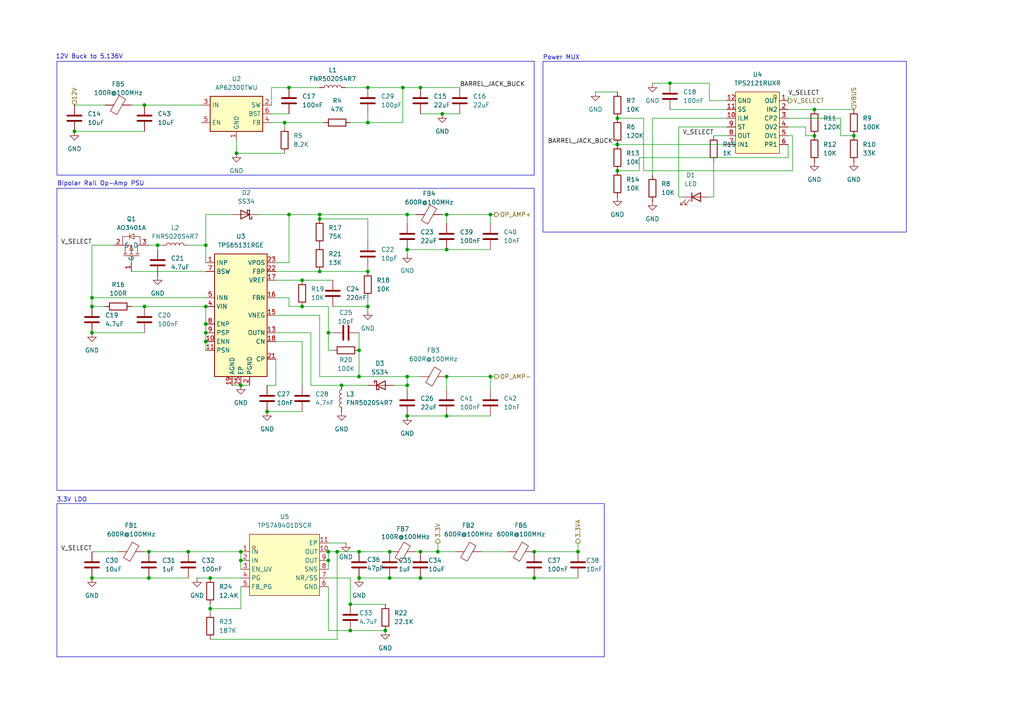
<source format=kicad_sch>
(kicad_sch (version 20250114) (generator "eeschema") (generator_version "9.0")
  (paper "A4")
  (lib_symbols
    (symbol "Device:C" (pin_numbers (hide yes)) (pin_names (offset 0.254))
      (property "Reference" "C" (at 0.635 2.54 0))
      (property "Value" "C" (at 0.635 -2.54 0))
      (symbol "C_0_1"
        (polyline (pts (xy -2.032 0.762) (xy 2.032 0.762)) (stroke (width 0.508)))
        (polyline (pts (xy -2.032 -0.762) (xy 2.032 -0.762)) (stroke (width 0.508)))
      )
      (symbol "C_1_1"
        (pin passive line (at 0 3.81 270) (length 2.794) (name "~") (number "1"))
        (pin passive line (at 0 -3.81 90) (length 2.794) (name "~") (number "2"))
      )
    )
    (symbol "Device:FerriteBead" (pin_numbers (hide yes)) (pin_names (offset 0))
      (property "Reference" "FB" (at -3.81 0.635 90))
      (property "Value" "FerriteBead" (at 3.81 0 90))
      (symbol "FerriteBead_0_1"
        (polyline (pts (xy -2.7686 0.4064) (xy -1.7018 2.2606) (xy 2.7686 -0.3048) (xy 1.6764 -2.159) (xy -2.7686 0.4064)))
        (polyline (pts (xy 0 1.27) (xy 0 1.2954)))
        (polyline (pts (xy 0 -1.27) (xy 0 -1.2192)))
      )
      (symbol "FerriteBead_1_1"
        (pin passive line (at 0 3.81 270) (length 2.54) (name "~") (number "1"))
        (pin passive line (at 0 -3.81 90) (length 2.54) (name "~") (number "2"))
      )
    )
    (symbol "Device:L" (pin_numbers (hide yes)) (pin_names (offset 1.016) (hide yes))
      (property "Reference" "L" (at -1.27 0 90))
      (property "Value" "L" (at 1.905 0 90))
      (symbol "L_0_1"
        (arc (start 0 2.54) (mid 0.6323 1.905) (end 0 1.27))
        (arc (start 0 1.27) (mid 0.6323 0.635) (end 0 0))
        (arc (start 0 0) (mid 0.6323 -0.635) (end 0 -1.27))
        (arc (start 0 -1.27) (mid 0.6323 -1.905) (end 0 -2.54))
      )
      (symbol "L_1_1"
        (pin passive line (at 0 3.81 270) (length 1.27) (name "1") (number "1"))
        (pin passive line (at 0 -3.81 90) (length 1.27) (name "2") (number "2"))
      )
    )
    (symbol "Device:LED" (pin_numbers (hide yes)) (pin_names (offset 1.016) (hide yes))
      (property "Reference" "D" (at 0 2.54 0))
      (property "Value" "LED" (at 0 -2.54 0))
      (symbol "LED_0_1"
        (polyline (pts (xy -3.048 -0.762) (xy -4.572 -2.286) (xy -3.81 -2.286) (xy -4.572 -2.286) (xy -4.572 -1.524)))
        (polyline (pts (xy -1.778 -0.762) (xy -3.302 -2.286) (xy -2.54 -2.286) (xy -3.302 -2.286) (xy -3.302 -1.524)))
        (polyline (pts (xy -1.27 0) (xy 1.27 0)))
        (polyline (pts (xy -1.27 -1.27) (xy -1.27 1.27)) (stroke (width 0.254)))
        (polyline (pts (xy 1.27 -1.27) (xy 1.27 1.27) (xy -1.27 0) (xy 1.27 -1.27)) (stroke (width 0.254)))
      )
      (symbol "LED_1_1"
        (pin passive line (at -3.81 0 0) (length 2.54) (name "K") (number "1"))
        (pin passive line (at 3.81 0 180) (length 2.54) (name "A") (number "2"))
      )
    )
    (symbol "Device:R" (pin_numbers (hide yes)) (pin_names (offset 0))
      (property "Reference" "R" (at 2.032 0 90))
      (property "Value" "R" (at 0 0 90))
      (symbol "R_0_1"
        (rectangle (start -1.016 -2.54) (end 1.016 2.54) (stroke (width 0.254)))
      )
      (symbol "R_1_1"
        (pin passive line (at 0 3.81 270) (length 1.27) (name "~") (number "1"))
        (pin passive line (at 0 -3.81 90) (length 1.27) (name "~") (number "2"))
      )
    )
    (symbol "Diode:SS34" (pin_numbers (hide yes)) (pin_names (offset 1.016) (hide yes))
      (property "Reference" "D" (at 0 2.54 0))
      (property "Value" "SS34" (at 0 -2.54 0))
      (symbol "SS34_0_1"
        (polyline (pts (xy -1.905 0.635) (xy -1.905 1.27) (xy -1.27 1.27) (xy -1.27 -1.27) (xy -0.635 -1.27) (xy -0.635 -0.635)) (stroke (width 0.254)))
        (polyline (pts (xy 1.27 1.27) (xy 1.27 -1.27) (xy -1.27 0) (xy 1.27 1.27)) (stroke (width 0.254)))
        (polyline (pts (xy 1.27 0) (xy -1.27 0)))
      )
      (symbol "SS34_1_1"
        (pin passive line (at -3.81 0 0) (length 2.54) (name "K") (number "1"))
        (pin passive line (at 3.81 0 180) (length 2.54) (name "A") (number "2"))
      )
    )
    (symbol "ROCKETRY_EASYEDA:AO3401A"
      (property "Reference" "Q" (at 0 10.16 0))
      (property "Value" "AO3401A" (at 0 -10.16 0))
      (symbol "AO3401A_0_1"
        (polyline (pts (xy -2.54 0) (xy -0.51 0)))
        (polyline (pts (xy -0.51 2.29) (xy -0.51 -2.29)))
        (polyline (pts (xy 0 1.27) (xy 0 2.29)))
        (polyline (pts (xy 0 0) (xy 2.54 0) (xy 2.54 -2.54)))
        (polyline (pts (xy 0 -0.51) (xy 0 0.51)))
        (polyline (pts (xy 0 -2.29) (xy 0 -1.27)))
        (polyline (pts (xy 2.54 1.78) (xy 0 1.78)))
        (polyline (pts (xy 2.54 1.78) (xy 2.54 2.54) (xy 5.08 2.54) (xy 5.08 0.76)))
        (polyline (pts (xy 2.54 0) (xy 1.02 0.51) (xy 1.02 -0.51) (xy 2.54 0)) (fill (type background)))
        (polyline (pts (xy 2.54 -1.78) (xy 0 -1.78)))
        (polyline (pts (xy 2.54 -2.54) (xy 5.08 -2.54) (xy 5.08 -0.51)))
        (polyline (pts (xy 5.08 -0.51) (xy 5.84 0.76) (xy 4.32 0.76) (xy 5.08 -0.51)) (fill (type background)))
        (polyline (pts (xy 5.84 -0.51) (xy 5.59 -0.51) (xy 4.57 -0.51) (xy 4.32 -0.51)))
        (pin unspecified line (at -5.08 0 0) (length 2.54) (name "G") (number "1"))
        (pin unspecified line (at 2.54 5.08 270) (length 2.54) (name "D") (number "3"))
        (pin unspecified line (at 2.54 -5.08 90) (length 2.54) (name "S") (number "2"))
      )
    )
    (symbol "ROCKETRY_EASYEDA:TPS2121RUXR"
      (property "Reference" "U" (at 0 11.43 0))
      (property "Value" "TPS2121RUXR" (at 0 -11.43 0))
      (symbol "TPS2121RUXR_0_1"
        (rectangle (start -6.35 8.89) (end 6.35 -8.89) (fill (type background)))
        (circle (center -5.08 7.62) (radius 0.38))
        (pin unspecified line (at -8.89 6.35 0) (length 2.54) (name "OUT") (number "1"))
        (pin unspecified line (at -8.89 3.81 0) (length 2.54) (name "IN2") (number "2"))
        (pin unspecified line (at -8.89 1.27 0) (length 2.54) (name "CP2") (number "3"))
        (pin unspecified line (at -8.89 -1.27 0) (length 2.54) (name "OV2") (number "4"))
        (pin unspecified line (at -8.89 -3.81 0) (length 2.54) (name "OV1") (number "5"))
        (pin unspecified line (at -8.89 -6.35 0) (length 2.54) (name "PR1") (number "6"))
        (pin unspecified line (at 8.89 6.35 180) (length 2.54) (name "GND") (number "12"))
        (pin unspecified line (at 8.89 3.81 180) (length 2.54) (name "SS") (number "11"))
        (pin unspecified line (at 8.89 1.27 180) (length 2.54) (name "ILM") (number "10"))
        (pin unspecified line (at 8.89 -1.27 180) (length 2.54) (name "ST") (number "9"))
        (pin unspecified line (at 8.89 -3.81 180) (length 2.54) (name "OUT") (number "8"))
        (pin unspecified line (at 8.89 -6.35 180) (length 2.54) (name "IN1") (number "7"))
      )
    )
    (symbol "ROCKETRY_EASYEDA:TPS7A9401DSCR"
      (property "Reference" "U" (at 0 11.43 0))
      (property "Value" "TPS7A9401DSCR" (at 0 -11.43 0))
      (symbol "TPS7A9401DSCR_0_1"
        (rectangle (start -10.16 8.89) (end 10.16 -8.89) (fill (type background)))
        (circle (center -8.89 5.08) (radius 0.38))
        (pin unspecified line (at -12.7 3.81 0) (length 2.54) (name "IN") (number "1"))
        (pin unspecified line (at -12.7 1.27 0) (length 2.54) (name "IN") (number "2"))
        (pin unspecified line (at -12.7 -1.27 0) (length 2.54) (name "EN_UV") (number "3"))
        (pin unspecified line (at -12.7 -3.81 0) (length 2.54) (name "PG") (number "4"))
        (pin unspecified line (at -12.7 -6.35 0) (length 2.54) (name "FB_PG") (number "5"))
        (pin unspecified line (at 12.7 6.35 180) (length 2.54) (name "EP") (number "11"))
        (pin unspecified line (at 12.7 3.81 180) (length 2.54) (name "OUT") (number "10"))
        (pin unspecified line (at 12.7 1.27 180) (length 2.54) (name "OUT") (number "9"))
        (pin unspecified line (at 12.7 -1.27 180) (length 2.54) (name "SNS") (number "8"))
        (pin unspecified line (at 12.7 -3.81 180) (length 2.54) (name "NR/SS") (number "7"))
        (pin unspecified line (at 12.7 -6.35 180) (length 2.54) (name "GND") (number "6"))
      )
    )
    (symbol "Regulator_Switching:AP62300TWU"
      (property "Reference" "U" (at -7.62 6.35 0))
      (property "Value" "AP62300TWU" (at 2.54 6.35 0))
      (symbol "AP62300TWU_0_1"
        (rectangle (start -7.62 5.08) (end 7.62 -5.08) (stroke (width 0.254)) (fill (type background)))
      )
      (symbol "AP62300TWU_1_1"
        (pin power_in line (at -10.16 2.54 0) (length 2.54) (name "IN") (number "3"))
        (pin passive line (at -10.16 -2.54 0) (length 2.54) (name "EN") (number "5"))
        (pin power_in line (at 0 -7.62 90) (length 2.54) (name "GND") (number "1"))
        (pin output line (at 10.16 2.54 180) (length 2.54) (name "SW") (number "2"))
        (pin passive line (at 10.16 0 180) (length 2.54) (name "BST") (number "6"))
        (pin input line (at 10.16 -2.54 180) (length 2.54) (name "FB") (number "4"))
      )
    )
    (symbol "Regulator_Switching:TPS65131RGE"
      (property "Reference" "U" (at -6.858 21.082 0))
      (property "Value" "TPS65131RGE" (at -1.016 19.05 0))
      (symbol "TPS65131RGE_0_1"
        (rectangle (start -7.62 17.78) (end 7.62 -17.78) (stroke (width 0.254)) (fill (type background)))
      )
      (symbol "TPS65131RGE_1_1"
        (pin input line (at -10.16 15.24 0) (length 2.54) (name "INP") (number "1"))
        (pin input line (at -10.16 15.24 0) (length 2.54) (hide yes) (name "INP") (number "24"))
        (pin output line (at -10.16 12.7 0) (length 2.54) (name "BSW") (number "7"))
        (pin input line (at -10.16 5.08 0) (length 2.54) (name "INN") (number "5"))
        (pin input line (at -10.16 5.08 0) (length 2.54) (hide yes) (name "INN") (number "6"))
        (pin power_in line (at -10.16 2.54 0) (length 2.54) (name "VIN") (number "4"))
        (pin input line (at -10.16 -2.54 0) (length 2.54) (name "ENP") (number "8"))
        (pin input line (at -10.16 -5.08 0) (length 2.54) (name "PSP") (number "9"))
        (pin input line (at -10.16 -7.62 0) (length 2.54) (name "ENN") (number "10"))
        (pin input line (at -10.16 -10.16 0) (length 2.54) (name "PSN") (number "11"))
        (pin no_connect line (at -7.62 10.16 0) (length 2.54) (hide yes) (name "NC") (number "20"))
        (pin no_connect line (at -7.62 7.62 0) (length 2.54) (hide yes) (name "NC") (number "12"))
        (pin power_in line (at -2.54 -20.32 90) (length 2.54) (name "AGND") (number "19"))
        (pin passive line (at 0 -20.32 90) (length 2.54) (name "EP") (number "25"))
        (pin power_in line (at 2.54 -20.32 90) (length 2.54) (name "PGND") (number "2"))
        (pin passive line (at 2.54 -20.32 90) (length 2.54) (hide yes) (name "PGND") (number "3"))
        (pin input line (at 10.16 15.24 180) (length 2.54) (name "VPOS") (number "23"))
        (pin input line (at 10.16 12.7 180) (length 2.54) (name "FBP") (number "22"))
        (pin output line (at 10.16 10.16 180) (length 2.54) (name "VREF") (number "17"))
        (pin input line (at 10.16 5.08 180) (length 2.54) (name "FBN") (number "16"))
        (pin input line (at 10.16 0 180) (length 2.54) (name "VNEG") (number "15"))
        (pin output line (at 10.16 -5.08 180) (length 2.54) (name "OUTN") (number "13"))
        (pin passive line (at 10.16 -5.08 180) (length 2.54) (hide yes) (name "OUTN") (number "14"))
        (pin passive line (at 10.16 -7.62 180) (length 2.54) (name "CN") (number "18"))
        (pin passive line (at 10.16 -12.7 180) (length 2.54) (name "CP") (number "21"))
      )
    )
    (symbol "power:GND" (power) (pin_numbers (hide yes)) (pin_names (offset 0) (hide yes))
      (property "Value" "GND" (at 0 -3.81 0))
      (symbol "GND_0_1"
        (polyline (pts (xy 0 0) (xy 0 -1.27) (xy 1.27 -1.27) (xy 0 -2.54) (xy -1.27 -1.27) (xy 0 -1.27)))
      )
      (symbol "GND_1_1"
        (pin power_in line (at 0 0 270) (length 0) (name "~") (number "1"))
      )
    )
  )
  (rectangle (start 16.51 17.78) (end 154.94 50.8))
  (rectangle (start 157.48 17.78) (end 262.89 67.31))
  (rectangle (start 16.51 146.05) (end 175.26 190.5))
  (rectangle (start 16.51 54.61) (end 154.94 142.24))
  (text "12V Buck to 5.136V" (at 25.908 16.51 0) (effects (font (size 1.27 1.27))))
  (text "Power MUX" (at 162.814 16.764 0) (effects (font (size 1.27 1.27))))
  (text "Bipolar Rail Op-Amp PSU" (at 29.21 53.34 0) (effects (font (size 1.27 1.27))))
  (text "3.3V LDO" (at 20.828 145.034 0) (effects (font (size 1.27 1.27))))
  (junction (at 104.14 160.02))
  (junction (at 116.84 25.4))
  (junction (at 247.65 39.37))
  (junction (at 95.25 162.56))
  (junction (at 179.07 49.53))
  (junction (at 59.69 96.52))
  (junction (at 41.91 88.9))
  (junction (at 87.63 81.28))
  (junction (at 26.67 86.36))
  (junction (at 82.55 35.56))
  (junction (at 101.6 175.26))
  (junction (at 43.18 167.64))
  (junction (at 26.67 167.64))
  (junction (at 129.54 62.23))
  (junction (at 97.79 160.02))
  (junction (at 45.72 71.12))
  (junction (at 118.11 62.23))
  (junction (at 95.25 96.52))
  (junction (at 121.92 167.64))
  (junction (at 111.76 182.88))
  (junction (at 69.85 160.02))
  (junction (at 92.71 63.5))
  (junction (at 77.47 119.38))
  (junction (at 83.82 62.23))
  (junction (at 236.22 31.75))
  (junction (at 59.69 71.12))
  (junction (at 154.94 167.64))
  (junction (at 104.14 101.6))
  (junction (at 69.85 111.76))
  (junction (at 26.67 96.52))
  (junction (at 59.69 99.06))
  (junction (at 101.6 182.88))
  (junction (at 167.64 160.02))
  (junction (at 113.03 160.02))
  (junction (at 129.54 120.65))
  (junction (at 118.11 111.76))
  (junction (at 26.67 88.9))
  (junction (at 121.92 160.02))
  (junction (at 106.68 88.9))
  (junction (at 179.07 41.91))
  (junction (at 99.06 111.76))
  (junction (at 113.03 167.64))
  (junction (at 59.69 93.98))
  (junction (at 21.59 38.1))
  (junction (at 106.68 25.4))
  (junction (at 118.11 120.65))
  (junction (at 194.31 24.13))
  (junction (at 41.91 30.48))
  (junction (at 106.68 35.56))
  (junction (at 87.63 88.9))
  (junction (at 129.54 109.22))
  (junction (at 236.22 39.37))
  (junction (at 92.71 62.23))
  (junction (at 60.96 167.64))
  (junction (at 121.92 25.4))
  (junction (at 69.85 162.56))
  (junction (at 104.14 167.64))
  (junction (at 179.07 34.29))
  (junction (at 128.27 33.02))
  (junction (at 92.71 78.74))
  (junction (at 83.82 25.4))
  (junction (at 68.58 44.45))
  (junction (at 59.69 88.9))
  (junction (at 118.11 72.39))
  (junction (at 129.54 72.39))
  (junction (at 154.94 160.02))
  (junction (at 43.18 160.02))
  (junction (at 104.14 109.22))
  (junction (at 106.68 78.74))
  (junction (at 142.24 109.22))
  (junction (at 60.96 176.53))
  (junction (at 118.11 109.22))
  (junction (at 142.24 62.23))
  (junction (at 95.25 160.02))
  (junction (at 127 160.02))
  (junction (at 54.61 160.02))
  (wire (pts (xy 95.25 96.52) (xy 95.25 88.9)))
  (wire (pts (xy 118.11 113.03) (xy 118.11 111.76)))
  (wire (pts (xy 77.47 119.38) (xy 87.63 119.38)))
  (wire (pts (xy 41.91 30.48) (xy 58.42 30.48)))
  (wire (pts (xy 83.82 62.23) (xy 83.82 76.2)))
  (wire (pts (xy 26.67 88.9) (xy 30.48 88.9)))
  (wire (pts (xy 60.96 175.26) (xy 60.96 176.53)))
  (wire (pts (xy 129.54 62.23) (xy 142.24 62.23)))
  (wire (pts (xy 54.61 160.02) (xy 69.85 160.02)))
  (wire (pts (xy 68.58 44.45) (xy 68.58 40.64)))
  (wire (pts (xy 26.67 86.36) (xy 26.67 88.9)))
  (wire (pts (xy 69.85 170.18) (xy 69.85 176.53)))
  (wire (pts (xy 189.23 34.29) (xy 210.82 34.29)))
  (wire (pts (xy 210.82 29.21) (xy 205.74 29.21)))
  (wire (pts (xy 54.61 71.12) (xy 59.69 71.12)))
  (wire (pts (xy 60.96 176.53) (xy 60.96 177.8)))
  (wire (pts (xy 143.51 109.22) (xy 142.24 109.22)))
  (wire (pts (xy 121.92 25.4) (xy 133.35 25.4)))
  (wire (pts (xy 118.11 62.23) (xy 120.65 62.23)))
  (wire (pts (xy 83.82 62.23) (xy 92.71 62.23)))
  (wire (pts (xy 80.01 91.44) (xy 92.71 91.44)))
  (wire (pts (xy 106.68 90.17) (xy 106.68 88.9)))
  (wire (pts (xy 78.74 33.02) (xy 83.82 33.02)))
  (wire (pts (xy 247.65 39.37) (xy 243.84 39.37)))
  (wire (pts (xy 167.64 157.48) (xy 167.64 160.02)))
  (wire (pts (xy 142.24 109.22) (xy 142.24 113.03)))
  (wire (pts (xy 21.59 38.1) (xy 41.91 38.1)))
  (wire (pts (xy 116.84 35.56) (xy 116.84 25.4)))
  (wire (pts (xy 243.84 39.37) (xy 243.84 34.29)))
  (wire (pts (xy 59.69 62.23) (xy 59.69 71.12)))
  (wire (pts (xy 101.6 35.56) (xy 106.68 35.56)))
  (wire (pts (xy 59.69 96.52) (xy 59.69 99.06)))
  (wire (pts (xy 67.31 111.76) (xy 69.85 111.76)))
  (wire (pts (xy 118.11 72.39) (xy 129.54 72.39)))
  (wire (pts (xy 95.25 157.48) (xy 100.33 157.48)))
  (wire (pts (xy 229.87 49.53) (xy 186.69 49.53)))
  (wire (pts (xy 233.68 36.83) (xy 233.68 39.37)))
  (wire (pts (xy 106.68 33.02) (xy 106.68 35.56)))
  (wire (pts (xy 41.91 160.02) (xy 43.18 160.02)))
  (wire (pts (xy 121.92 109.22) (xy 118.11 109.22)))
  (wire (pts (xy 120.65 160.02) (xy 121.92 160.02)))
  (wire (pts (xy 121.92 167.64) (xy 154.94 167.64)))
  (wire (pts (xy 236.22 31.75) (xy 247.65 31.75)))
  (wire (pts (xy 243.84 34.29) (xy 228.6 34.29)))
  (wire (pts (xy 129.54 109.22) (xy 129.54 113.03)))
  (wire (pts (xy 194.31 31.75) (xy 210.82 31.75)))
  (wire (pts (xy 118.11 72.39) (xy 118.11 73.66)))
  (wire (pts (xy 113.03 167.64) (xy 121.92 167.64)))
  (wire (pts (xy 92.71 91.44) (xy 92.71 109.22)))
  (wire (pts (xy 128.27 62.23) (xy 129.54 62.23)))
  (wire (pts (xy 127 160.02) (xy 132.08 160.02)))
  (wire (pts (xy 78.74 35.56) (xy 82.55 35.56)))
  (wire (pts (xy 101.6 167.64) (xy 95.25 167.64)))
  (wire (pts (xy 83.82 86.36) (xy 80.01 86.36)))
  (wire (pts (xy 96.52 88.9) (xy 106.68 88.9)))
  (wire (pts (xy 100.33 25.4) (xy 106.68 25.4)))
  (wire (pts (xy 87.63 81.28) (xy 96.52 81.28)))
  (wire (pts (xy 95.25 160.02) (xy 95.25 162.56)))
  (wire (pts (xy 106.68 69.85) (xy 106.68 63.5)))
  (wire (pts (xy 118.11 120.65) (xy 129.54 120.65)))
  (wire (pts (xy 210.82 36.83) (xy 196.85 36.83)))
  (wire (pts (xy 129.54 64.77) (xy 129.54 62.23)))
  (wire (pts (xy 90.17 96.52) (xy 90.17 111.76)))
  (wire (pts (xy 96.52 101.6) (xy 95.25 101.6)))
  (wire (pts (xy 95.25 160.02) (xy 97.79 160.02)))
  (wire (pts (xy 114.3 111.76) (xy 118.11 111.76)))
  (wire (pts (xy 92.71 62.23) (xy 118.11 62.23)))
  (wire (pts (xy 142.24 109.22) (xy 129.54 109.22)))
  (wire (pts (xy 74.93 62.23) (xy 83.82 62.23)))
  (wire (pts (xy 59.69 88.9) (xy 59.69 93.98)))
  (wire (pts (xy 104.14 167.64) (xy 113.03 167.64)))
  (wire (pts (xy 78.74 30.48) (xy 78.74 25.4)))
  (wire (pts (xy 95.25 101.6) (xy 95.25 96.52)))
  (wire (pts (xy 228.6 31.75) (xy 236.22 31.75)))
  (wire (pts (xy 82.55 35.56) (xy 93.98 35.56)))
  (wire (pts (xy 154.94 167.64) (xy 167.64 167.64)))
  (wire (pts (xy 118.11 109.22) (xy 118.11 111.76)))
  (wire (pts (xy 38.1 30.48) (xy 41.91 30.48)))
  (wire (pts (xy 186.69 34.29) (xy 179.07 34.29)))
  (wire (pts (xy 233.68 39.37) (xy 236.22 39.37)))
  (wire (pts (xy 59.69 99.06) (xy 59.69 101.6)))
  (wire (pts (xy 99.06 111.76) (xy 106.68 111.76)))
  (wire (pts (xy 104.14 109.22) (xy 118.11 109.22)))
  (wire (pts (xy 43.18 160.02) (xy 54.61 160.02)))
  (wire (pts (xy 26.67 160.02) (xy 34.29 160.02)))
  (wire (pts (xy 207.01 57.15) (xy 205.74 57.15)))
  (wire (pts (xy 205.74 29.21) (xy 205.74 24.13)))
  (wire (pts (xy 128.27 33.02) (xy 133.35 33.02)))
  (wire (pts (xy 172.72 26.67) (xy 179.07 26.67)))
  (wire (pts (xy 59.69 93.98) (xy 59.69 96.52)))
  (wire (pts (xy 26.67 71.12) (xy 33.02 71.12)))
  (wire (pts (xy 95.25 170.18) (xy 95.25 182.88)))
  (wire (pts (xy 228.6 41.91) (xy 228.6 45.72)))
  (wire (pts (xy 78.74 25.4) (xy 83.82 25.4)))
  (wire (pts (xy 60.96 167.64) (xy 69.85 167.64)))
  (wire (pts (xy 57.15 167.64) (xy 60.96 167.64)))
  (wire (pts (xy 229.87 39.37) (xy 229.87 49.53)))
  (wire (pts (xy 97.79 160.02) (xy 97.79 185.42)))
  (wire (pts (xy 106.68 25.4) (xy 116.84 25.4)))
  (wire (pts (xy 43.18 167.64) (xy 54.61 167.64)))
  (wire (pts (xy 80.01 81.28) (xy 87.63 81.28)))
  (wire (pts (xy 92.71 109.22) (xy 104.14 109.22)))
  (wire (pts (xy 38.1 88.9) (xy 41.91 88.9)))
  (wire (pts (xy 45.72 72.39) (xy 45.72 71.12)))
  (wire (pts (xy 80.01 78.74) (xy 92.71 78.74)))
  (wire (pts (xy 26.67 71.12) (xy 26.67 86.36)))
  (wire (pts (xy 97.79 160.02) (xy 104.14 160.02)))
  (wire (pts (xy 87.63 99.06) (xy 80.01 99.06)))
  (wire (pts (xy 207.01 46.99) (xy 207.01 57.15)))
  (wire (pts (xy 21.59 30.48) (xy 30.48 30.48)))
  (wire (pts (xy 186.69 49.53) (xy 186.69 34.29)))
  (wire (pts (xy 196.85 36.83) (xy 196.85 57.15)))
  (wire (pts (xy 97.79 185.42) (xy 60.96 185.42)))
  (wire (pts (xy 77.47 111.76) (xy 80.01 111.76)))
  (wire (pts (xy 95.25 182.88) (xy 101.6 182.88)))
  (wire (pts (xy 198.12 57.15) (xy 196.85 57.15)))
  (wire (pts (xy 121.92 160.02) (xy 127 160.02)))
  (wire (pts (xy 118.11 64.77) (xy 118.11 62.23)))
  (wire (pts (xy 69.85 111.76) (xy 72.39 111.76)))
  (wire (pts (xy 59.69 86.36) (xy 26.67 86.36)))
  (wire (pts (xy 101.6 167.64) (xy 101.6 175.26)))
  (wire (pts (xy 69.85 176.53) (xy 60.96 176.53)))
  (wire (pts (xy 95.25 162.56) (xy 95.25 165.1)))
  (wire (pts (xy 127 157.48) (xy 127 160.02)))
  (wire (pts (xy 129.54 72.39) (xy 142.24 72.39)))
  (wire (pts (xy 106.68 35.56) (xy 116.84 35.56)))
  (wire (pts (xy 142.24 62.23) (xy 142.24 64.77)))
  (wire (pts (xy 92.71 78.74) (xy 106.68 78.74)))
  (wire (pts (xy 38.1 78.74) (xy 59.69 78.74)))
  (wire (pts (xy 101.6 175.26) (xy 111.76 175.26)))
  (wire (pts (xy 104.14 101.6) (xy 104.14 109.22)))
  (wire (pts (xy 142.24 62.23) (xy 143.51 62.23)))
  (wire (pts (xy 83.82 25.4) (xy 92.71 25.4)))
  (wire (pts (xy 106.68 88.9) (xy 106.68 86.36)))
  (wire (pts (xy 90.17 111.76) (xy 99.06 111.76)))
  (wire (pts (xy 106.68 77.47) (xy 106.68 78.74)))
  (wire (pts (xy 228.6 39.37) (xy 229.87 39.37)))
  (wire (pts (xy 189.23 24.13) (xy 194.31 24.13)))
  (wire (pts (xy 189.23 34.29) (xy 189.23 50.8)))
  (wire (pts (xy 121.92 33.02) (xy 128.27 33.02)))
  (wire (pts (xy 154.94 160.02) (xy 167.64 160.02)))
  (wire (pts (xy 83.82 86.36) (xy 83.82 88.9)))
  (wire (pts (xy 177.8 41.91) (xy 179.07 41.91)))
  (wire (pts (xy 26.67 96.52) (xy 41.91 96.52)))
  (wire (pts (xy 92.71 63.5) (xy 92.71 62.23)))
  (wire (pts (xy 106.68 63.5) (xy 92.71 63.5)))
  (wire (pts (xy 45.72 71.12) (xy 43.18 71.12)))
  (wire (pts (xy 104.14 160.02) (xy 113.03 160.02)))
  (wire (pts (xy 87.63 111.76) (xy 87.63 99.06)))
  (wire (pts (xy 228.6 36.83) (xy 233.68 36.83)))
  (wire (pts (xy 95.25 88.9) (xy 87.63 88.9)))
  (wire (pts (xy 179.07 49.53) (xy 185.42 49.53)))
  (wire (pts (xy 45.72 71.12) (xy 46.99 71.12)))
  (wire (pts (xy 59.69 71.12) (xy 59.69 76.2)))
  (wire (pts (xy 139.7 160.02) (xy 147.32 160.02)))
  (wire (pts (xy 67.31 62.23) (xy 59.69 62.23)))
  (wire (pts (xy 82.55 35.56) (xy 82.55 36.83)))
  (wire (pts (xy 185.42 45.72) (xy 228.6 45.72)))
  (wire (pts (xy 83.82 76.2) (xy 80.01 76.2)))
  (wire (pts (xy 104.14 96.52) (xy 104.14 101.6)))
  (wire (pts (xy 228.6 27.94) (xy 228.6 29.21)))
  (wire (pts (xy 68.58 44.45) (xy 82.55 44.45)))
  (wire (pts (xy 41.91 88.9) (xy 59.69 88.9)))
  (wire (pts (xy 185.42 49.53) (xy 185.42 45.72)))
  (wire (pts (xy 179.07 41.91) (xy 210.82 41.91)))
  (wire (pts (xy 69.85 162.56) (xy 69.85 165.1)))
  (wire (pts (xy 116.84 25.4) (xy 121.92 25.4)))
  (wire (pts (xy 80.01 111.76) (xy 80.01 104.14)))
  (wire (pts (xy 101.6 182.88) (xy 111.76 182.88)))
  (wire (pts (xy 205.74 24.13) (xy 194.31 24.13)))
  (wire (pts (xy 69.85 160.02) (xy 69.85 162.56)))
  (wire (pts (xy 26.67 167.64) (xy 43.18 167.64)))
  (wire (pts (xy 129.54 120.65) (xy 142.24 120.65)))
  (wire (pts (xy 95.25 96.52) (xy 96.52 96.52)))
  (wire (pts (xy 210.82 39.37) (xy 207.01 39.37)))
  (wire (pts (xy 80.01 96.52) (xy 90.17 96.52)))
  (wire (pts (xy 83.82 88.9) (xy 87.63 88.9)))
  (label "V_SELECT" (at 26.67 71.12 180))
  (label "BARREL_JACK_BUCK" (at 133.35 25.4 0))
  (label "BARREL_JACK_BUCK" (at 177.8 41.91 180))
  (label "V_SELECT" (at 228.6 27.94 0))
  (label "V_SELECT" (at 207.01 39.37 180))
  (label "V_SELECT" (at 26.67 160.02 180))
  (hierarchical_label "VBUS" (shape input) (at 247.65 31.75 90))
  (hierarchical_label "OP_AMP-" (shape output) (at 143.51 109.22 0))
  (hierarchical_label "12V" (shape input) (at 21.59 30.48 90))
  (hierarchical_label "OP_AMP+" (shape output) (at 143.51 62.23 0))
  (hierarchical_label "V_SELECT" (shape output) (at 228.6 29.21 0))
  (hierarchical_label "3.3V" (shape output) (at 127 157.48 90))
  (hierarchical_label "3.3VA" (shape output) (at 167.64 157.48 90))
  (symbol (lib_id "power:GND") (at 172.72 26.67 0) (unit 1)
    (property "Reference" "#PWR029" (effects (hide yes)))
    (property "Value" "GND" (at 172.72 31.75 0))
    (property "Description" "Power symbol creates a global label with name \"GND\" , ground" (effects (hide yes)))
  )
  (symbol (lib_id "Device:L") (at 99.06 115.57 180) (unit 1)
    (property "Reference" "L3" (at 100.33 114.2999 0) (effects (justify right)))
    (property "Value" "FNR5020S4R7" (at 100.33 116.8399 0) (effects (justify right)))
    (property "Description" "Inductor" (effects (hide yes)))
  )
  (symbol (lib_id "Regulator_Switching:AP62300TWU") (at 68.58 33.02 0) (unit 1)
    (property "Reference" "U2" (at 68.58 22.86 0))
    (property "Value" "AP62300TWU" (at 68.58 25.4 0))
    (property "Footprint" "Package_TO_SOT_SMD:TSOT-23-6" (effects (hide yes)))
    (property "Datasheet" "https://www.diodes.com/assets/Datasheets/AP62300_AP62301_AP62300T.pdf" (effects (hide yes)))
    (property "Description" "3A, 750kHz Buck DC/DC Converter, PFM for light load efficiency, 4.2V-18V input voltage, 0.8V-7V adjustable output voltage, TSOT-23-6" (effects (hide yes)))
  )
  (symbol (lib_id "Device:FerriteBead") (at 124.46 62.23 90) (unit 1)
    (property "Reference" "FB4" (at 124.46 56.134 90))
    (property "Value" "600R@100MHz" (at 124.46 58.674 90))
    (property "Description" "C1017" (effects (hide yes)))
  )
  (symbol (lib_id "Device:R") (at 189.23 54.61 0) (unit 1)
    (property "Reference" "R8" (at 191.77 53.3399 0) (effects (justify left)))
    (property "Value" "10K" (at 191.77 55.8799 0) (effects (justify left)))
    (property "Description" "Resistor" (effects (hide yes)))
  )
  (symbol (lib_id "power:GND") (at 179.07 57.15 0) (unit 1)
    (property "Reference" "#PWR035" (effects (hide yes)))
    (property "Value" "GND" (at 179.07 62.23 0))
    (property "Description" "Power symbol creates a global label with name \"GND\" , ground" (effects (hide yes)))
  )
  (symbol (lib_id "Diode:SS34") (at 71.12 62.23 180) (unit 1)
    (property "Reference" "D2" (at 71.4375 55.88 0))
    (property "Value" "SS34" (at 71.4375 58.42 0))
    (property "Footprint" "Diode_SMD:D_SMA" (effects (hide yes)))
    (property "Datasheet" "https://www.vishay.com/docs/88751/ss32.pdf" (effects (hide yes)))
    (property "Description" "40V 3A Schottky Diode, SMA" (effects (hide yes)))
  )
  (symbol (lib_id "power:GND") (at 104.14 167.64 0) (unit 1)
    (property "Reference" "#PWR047" (effects (hide yes)))
    (property "Value" "GND" (at 104.14 172.72 0))
    (property "Description" "Power symbol creates a global label with name \"GND\" , ground" (effects (hide yes)))
  )
  (symbol (lib_id "Device:L") (at 50.8 71.12 90) (unit 1)
    (property "Reference" "L2" (at 50.8 66.04 90))
    (property "Value" "FNR5020S4R7" (at 50.8 68.58 90))
    (property "Description" "Inductor" (effects (hide yes)))
  )
  (symbol (lib_id "Device:C") (at 106.68 29.21 0) (unit 1)
    (property "Reference" "C29" (at 110.49 27.9399 0) (effects (justify left)))
    (property "Value" "100pF" (at 110.49 30.4799 0) (effects (justify left)))
    (property "Description" "Unpolarized capacitor" (effects (hide yes)))
  )
  (symbol (lib_id "Device:R") (at 97.79 35.56 90) (unit 1)
    (property "Reference" "R4" (at 97.79 29.21 90))
    (property "Value" "47K" (at 97.79 31.75 90))
    (property "Description" "Resistor" (effects (hide yes)))
  )
  (symbol (lib_id "Device:R") (at 179.07 53.34 0) (unit 1)
    (property "Reference" "R14" (at 181.61 52.0699 0) (effects (justify left)))
    (property "Value" "10K" (at 181.61 54.6099 0) (effects (justify left)))
    (property "Description" "Resistor" (effects (hide yes)))
  )
  (symbol (lib_id "Device:C") (at 121.92 163.83 0) (unit 1)
    (property "Reference" "C34" (at 124.206 162.56 0) (effects (justify left)))
    (property "Value" "10uF" (at 124.206 165.1 0) (effects (justify left)))
    (property "Description" "Unpolarized capacitor" (effects (hide yes)))
  )
  (symbol (lib_id "Device:C") (at 129.54 116.84 0) (unit 1)
    (property "Reference" "C41" (at 133.35 115.5699 0) (effects (justify left)))
    (property "Value" "100nF" (at 133.35 118.1099 0) (effects (justify left)))
    (property "Description" "Unpolarized capacitor" (effects (hide yes)))
  )
  (symbol (lib_id "Device:FerriteBead") (at 151.13 160.02 90) (unit 1)
    (property "Reference" "FB6" (at 151.0792 152.4 90))
    (property "Value" "600R@100MHz" (at 151.0792 154.94 90))
    (property "Description" "C1017" (effects (hide yes)))
  )
  (symbol (lib_id "Device:C") (at 118.11 116.84 0) (unit 1)
    (property "Reference" "C26" (at 121.92 115.5699 0) (effects (justify left)))
    (property "Value" "22uF" (at 121.92 118.1099 0) (effects (justify left)))
    (property "Description" "Unpolarized capacitor" (effects (hide yes)))
  )
  (symbol (lib_id "Device:R") (at 179.07 38.1 0) (unit 1)
    (property "Reference" "R6" (at 181.61 36.8299 0) (effects (justify left)))
    (property "Value" "120K" (at 181.61 39.3699 0) (effects (justify left)))
    (property "Description" "Resistor" (effects (hide yes)))
  )
  (symbol (lib_id "Device:C") (at 43.18 163.83 0) (unit 1)
    (property "Reference" "C31" (at 46.99 162.5599 0) (effects (justify left)))
    (property "Value" "1uF" (at 46.99 165.0999 0) (effects (justify left)))
    (property "Description" "Unpolarized capacitor" (effects (hide yes)))
  )
  (symbol (lib_id "power:GND") (at 99.06 119.38 0) (unit 1)
    (property "Reference" "#PWR044" (effects (hide yes)))
    (property "Value" "GND" (at 99.06 124.46 0))
    (property "Description" "Power symbol creates a global label with name \"GND\" , ground" (effects (hide yes)))
  )
  (symbol (lib_id "Device:R") (at 236.22 43.18 0) (unit 1)
    (property "Reference" "R12" (at 238.76 41.9099 0) (effects (justify left)))
    (property "Value" "10K" (at 238.76 44.4499 0) (effects (justify left)))
    (property "Description" "Resistor" (effects (hide yes)))
  )
  (symbol (lib_id "Device:C") (at 101.6 179.07 0) (unit 1)
    (property "Reference" "C33" (at 104.14 177.8 0) (effects (justify left)))
    (property "Value" "4.7uF" (at 104.14 180.34 0) (effects (justify left)))
    (property "Description" "Unpolarized capacitor" (effects (hide yes)))
  )
  (symbol (lib_id "Device:C") (at 104.14 163.83 0) (unit 1)
    (property "Reference" "C36" (at 106.426 162.306 0) (effects (justify left)))
    (property "Value" "47pF" (at 106.426 164.846 0) (effects (justify left)))
    (property "Description" "Unpolarized capacitor" (effects (hide yes)))
  )
  (symbol (lib_id "Device:L") (at 96.52 25.4 90) (unit 1)
    (property "Reference" "L1" (at 96.52 20.32 90))
    (property "Value" "FNR5020S4R7" (at 96.52 22.86 90))
    (property "Description" "Inductor" (effects (hide yes)))
  )
  (symbol (lib_id "Device:C") (at 118.11 68.58 0) (unit 1)
    (property "Reference" "C23" (at 121.92 67.3099 0) (effects (justify left)))
    (property "Value" "22uF" (at 121.92 69.8499 0) (effects (justify left)))
    (property "Description" "Unpolarized capacitor" (effects (hide yes)))
  )
  (symbol (lib_id "Device:C") (at 21.59 34.29 0) (unit 1)
    (property "Reference" "C14" (at 25.4 33.0199 0) (effects (justify left)))
    (property "Value" "10uF" (at 25.4 35.5599 0) (effects (justify left)))
    (property "Description" "Unpolarized capacitor" (effects (hide yes)))
  )
  (symbol (lib_id "ROCKETRY_EASYEDA:TPS2121RUXR") (at 219.71 35.56 0) (mirror y) (unit 1)
    (property "Reference" "U4" (at 219.71 21.59 0))
    (property "Value" "TPS2121RUXR" (at 219.71 24.13 0))
    (property "Footprint" "Rocketry_Easyeda:VQFN-HR-12_L2.5-W2.0-P0.50-BL" (effects (hide yes)))
    (property "Datasheet" "https://lcsc.com/product-detail/New-Arrivals_Texas-Instruments-Texas-Instruments-TPS2121RUXR_C485916.html" (effects (hide yes)))
    (property "LCSC Part" "C485916" (effects (hide yes)))
  )
  (symbol (lib_id "Regulator_Switching:TPS65131RGE") (at 69.85 91.44 0) (unit 1)
    (property "Reference" "U3" (at 69.85 68.58 0))
    (property "Value" "TPS65131RGE" (at 69.85 71.12 0))
    (property "Footprint" "Package_DFN_QFN:VQFN-24-1EP_4x4mm_P0.5mm_EP2.45x2.45mm_ThermalVias" (effects (hide yes)))
    (property "Datasheet" "http://www.ti.com/lit/ds/symlink/tps65130.pdf" (effects (hide yes)))
    (property "Description" "Split-Rail Converter with Dual, Positive and Negative Outputs (750mA typ, Switch Current Limit 1950mA typ),), 2.7-5.5V, VQFN-24" (effects (hide yes)))
  )
  (symbol (lib_id "Device:C") (at 26.67 92.71 0) (unit 1)
    (property "Reference" "C19" (at 30.48 91.4399 0) (effects (justify left)))
    (property "Value" "4.7uF" (at 30.48 93.9799 0) (effects (justify left)))
    (property "Description" "Unpolarized capacitor" (effects (hide yes)))
  )
  (symbol (lib_id "Device:C") (at 194.31 27.94 0) (unit 1)
    (property "Reference" "C18" (at 198.12 26.6699 0) (effects (justify left)))
    (property "Value" "100nF" (at 198.12 29.2099 0) (effects (justify left)))
    (property "Description" "Unpolarized capacitor" (effects (hide yes)))
  )
  (symbol (lib_id "Device:C") (at 77.47 115.57 0) (unit 1)
    (property "Reference" "C27" (at 80.264 114.3 0) (effects (justify left)))
    (property "Value" "10nF" (at 80.264 116.84 0) (effects (justify left)))
    (property "Description" "Unpolarized capacitor" (effects (hide yes)))
  )
  (symbol (lib_id "ROCKETRY_EASYEDA:AO3401A") (at 38.1 73.66 270) (mirror x) (unit 1)
    (property "Reference" "Q1" (at 38.1 63.5 90))
    (property "Value" "AO3401A" (at 38.1 66.04 90))
    (property "Footprint" "Rocketry_Easyeda:SOT-23_L2.9-W1.3-P1.90-LS2.4-BR" (effects (hide yes)))
    (property "Datasheet" "https://lcsc.com/product-detail/MOSFET_AOS_AO3401A_AO3401A_C15127.html" (effects (hide yes)))
    (property "LCSC Part" "C15127" (effects (hide yes)))
  )
  (symbol (lib_id "Device:R") (at 92.71 74.93 0) (unit 1)
    (property "Reference" "R21" (at 95.25 73.6599 0) (effects (justify left)))
    (property "Value" "13K" (at 95.25 76.1999 0) (effects (justify left)))
    (property "Description" "Resistor" (effects (hide yes)))
  )
  (symbol (lib_id "power:GND") (at 26.67 167.64 0) (unit 1)
    (property "Reference" "#PWR037" (effects (hide yes)))
    (property "Value" "GND" (at 26.67 172.72 0))
    (property "Description" "Power symbol creates a global label with name \"GND\" , ground" (effects (hide yes)))
  )
  (symbol (lib_id "power:GND") (at 57.15 167.64 0) (unit 1)
    (property "Reference" "#PWR045" (effects (hide yes)))
    (property "Value" "GND" (at 57.15 172.72 0))
    (property "Description" "Power symbol creates a global label with name \"GND\" , ground" (effects (hide yes)))
  )
  (symbol (lib_id "Device:C") (at 100.33 96.52 90) (unit 1)
    (property "Reference" "C25" (at 100.33 90.678 90))
    (property "Value" "10pF" (at 100.33 93.218 90))
    (property "Description" "Unpolarized capacitor" (effects (hide yes)))
  )
  (symbol (lib_id "Device:R") (at 247.65 35.56 0) (unit 1)
    (property "Reference" "R9" (at 250.19 34.2899 0) (effects (justify left)))
    (property "Value" "100K" (at 250.19 36.8299 0) (effects (justify left)))
    (property "Description" "Resistor" (effects (hide yes)))
  )
  (symbol (lib_id "power:GND") (at 45.72 80.01 0) (unit 1)
    (property "Reference" "#PWR031" (effects (hide yes)))
    (property "Value" "GND" (at 45.72 85.09 0))
    (property "Description" "Power symbol creates a global label with name \"GND\" , ground" (effects (hide yes)))
  )
  (symbol (lib_id "power:GND") (at 189.23 24.13 0) (unit 1)
    (property "Reference" "#PWR032" (effects (hide yes)))
    (property "Value" "GND" (at 189.23 29.21 0))
    (property "Description" "Power symbol creates a global label with name \"GND\" , ground" (effects (hide yes)))
  )
  (symbol (lib_id "Device:LED") (at 201.93 57.15 0) (unit 1)
    (property "Reference" "D1" (at 200.3425 50.8 0))
    (property "Value" "LED" (at 200.3425 53.34 0))
    (property "Description" "Light emitting diode" (effects (hide yes)))
    (property "Sim.Pins" "1=K 2=A" (effects (hide yes)))
  )
  (symbol (lib_id "Device:C") (at 26.67 163.83 0) (unit 1)
    (property "Reference" "C30" (at 30.48 162.5599 0) (effects (justify left)))
    (property "Value" "10uF" (at 30.48 165.0999 0) (effects (justify left)))
    (property "Description" "Unpolarized capacitor" (effects (hide yes)))
  )
  (symbol (lib_id "Device:R") (at 82.55 40.64 180) (unit 1)
    (property "Reference" "R5" (at 85.09 39.3699 0) (effects (justify right)))
    (property "Value" "8.2K" (at 85.09 41.9099 0) (effects (justify right)))
    (property "Description" "Resistor" (effects (hide yes)))
  )
  (symbol (lib_id "Device:C") (at 154.94 163.83 0) (unit 1)
    (property "Reference" "C37" (at 158.75 162.5599 0) (effects (justify left)))
    (property "Value" "100nF" (at 158.75 165.0999 0) (effects (justify left)))
    (property "Description" "Unpolarized capacitor" (effects (hide yes)))
  )
  (symbol (lib_id "power:GND") (at 26.67 96.52 0) (unit 1)
    (property "Reference" "#PWR027" (effects (hide yes)))
    (property "Value" "GND" (at 26.67 101.6 0))
    (property "Description" "Power symbol creates a global label with name \"GND\" , ground" (effects (hide yes)))
  )
  (symbol (lib_id "Device:FerriteBead") (at 34.29 30.48 90) (unit 1)
    (property "Reference" "FB5" (at 34.29 24.384 90))
    (property "Value" "100R@100MHz" (at 34.29 26.924 90))
    (property "Description" "C1015" (effects (hide yes)))
  )
  (symbol (lib_id "Device:R") (at 34.29 88.9 270) (unit 1)
    (property "Reference" "R16" (at 34.29 82.55 90))
    (property "Value" "100R" (at 34.29 85.09 90))
    (property "Description" "Resistor" (effects (hide yes)))
  )
  (symbol (lib_id "power:GND") (at 189.23 58.42 0) (unit 1)
    (property "Reference" "#PWR030" (effects (hide yes)))
    (property "Value" "GND" (at 189.23 63.5 0))
    (property "Description" "Power symbol creates a global label with name \"GND\" , ground" (effects (hide yes)))
  )
  (symbol (lib_id "power:GND") (at 68.58 44.45 0) (unit 1)
    (property "Reference" "#PWR028" (effects (hide yes)))
    (property "Value" "GND" (at 68.58 49.53 0))
    (property "Description" "Power symbol creates a global label with name \"GND\" , ground" (effects (hide yes)))
  )
  (symbol (lib_id "Device:R") (at 100.33 101.6 270) (unit 1)
    (property "Reference" "R20" (at 100.33 104.394 90))
    (property "Value" "100K" (at 100.33 106.934 90))
    (property "Description" "Resistor" (effects (hide yes)))
  )
  (symbol (lib_id "Device:C") (at 87.63 115.57 0) (unit 1)
    (property "Reference" "C28" (at 91.44 114.2999 0) (effects (justify left)))
    (property "Value" "4.7nF" (at 91.44 116.8399 0) (effects (justify left)))
    (property "Description" "Unpolarized capacitor" (effects (hide yes)))
  )
  (symbol (lib_id "Device:C") (at 54.61 163.83 0) (unit 1)
    (property "Reference" "C32" (at 58.42 162.5599 0) (effects (justify left)))
    (property "Value" "100nF" (at 58.42 165.0999 0) (effects (justify left)))
    (property "Description" "Unpolarized capacitor" (effects (hide yes)))
  )
  (symbol (lib_id "power:GND") (at 69.85 111.76 0) (unit 1)
    (property "Reference" "#PWR042" (effects (hide yes)))
    (property "Value" "GND" (at 69.85 116.84 0))
    (property "Description" "Power symbol creates a global label with name \"GND\" , ground" (effects (hide yes)))
  )
  (symbol (lib_id "Device:R") (at 60.96 181.61 0) (unit 1)
    (property "Reference" "R23" (at 63.5 180.3399 0) (effects (justify left)))
    (property "Value" "187K" (at 63.5 182.8799 0) (effects (justify left)))
    (property "Description" "Resistor" (effects (hide yes)))
  )
  (symbol (lib_id "Device:C") (at 96.52 85.09 0) (unit 1)
    (property "Reference" "C24" (at 100.33 83.8199 0) (effects (justify left)))
    (property "Value" "220nF" (at 100.33 86.3599 0) (effects (justify left)))
    (property "Description" "Unpolarized capacitor" (effects (hide yes)))
  )
  (symbol (lib_id "Device:C") (at 133.35 29.21 0) (unit 1)
    (property "Reference" "C16" (at 137.16 27.9399 0) (effects (justify left)))
    (property "Value" "22uF" (at 137.16 30.4799 0) (effects (justify left)))
    (property "Description" "Unpolarized capacitor" (effects (hide yes)))
  )
  (symbol (lib_id "ROCKETRY_EASYEDA:TPS7A9401DSCR") (at 82.55 163.83 0) (unit 1)
    (property "Reference" "U5" (at 82.55 149.86 0))
    (property "Value" "TPS7A9401DSCR" (at 82.55 152.4 0))
    (property "Footprint" "Rocketry_Easyeda:WSON-10_L3.0-W3.0-P0.50-TL-EP" (effects (hide yes)))
    (property "LCSC Part" "C5220127" (effects (hide yes)))
  )
  (symbol (lib_id "Device:FerriteBead") (at 125.73 109.22 90) (unit 1)
    (property "Reference" "FB3" (at 125.6792 101.6 90))
    (property "Value" "600R@100MHz" (at 125.6792 104.14 90))
    (property "Description" "Ferrite bead" (effects (hide yes)))
  )
  (symbol (lib_id "power:GND") (at 21.59 38.1 0) (unit 1)
    (property "Reference" "#PWR026" (effects (hide yes)))
    (property "Value" "GND" (at 21.59 43.18 0))
    (property "Description" "Power symbol creates a global label with name \"GND\" , ground" (effects (hide yes)))
  )
  (symbol (lib_id "power:GND") (at 106.68 90.17 0) (unit 1)
    (property "Reference" "#PWR039" (effects (hide yes)))
    (property "Value" "GND" (at 106.68 95.25 0))
    (property "Description" "Power symbol creates a global label with name \"GND\" , ground" (effects (hide yes)))
  )
  (symbol (lib_id "Device:FerriteBead") (at 135.89 160.02 90) (unit 1)
    (property "Reference" "FB2" (at 135.8392 152.4 90))
    (property "Value" "600R@100MHz" (at 135.8392 154.94 90))
    (property "Description" "C1017" (effects (hide yes)))
  )
  (symbol (lib_id "power:GND") (at 111.76 182.88 0) (unit 1)
    (property "Reference" "#PWR041" (effects (hide yes)))
    (property "Value" "GND" (at 111.76 187.96 0))
    (property "Description" "Power symbol creates a global label with name \"GND\" , ground" (effects (hide yes)))
  )
  (symbol (lib_id "Device:C") (at 83.82 29.21 0) (unit 1)
    (property "Reference" "C17" (at 87.63 27.9399 0) (effects (justify left)))
    (property "Value" "100nF" (at 87.63 30.4799 0) (effects (justify left)))
    (property "Description" "Unpolarized capacitor" (effects (hide yes)))
  )
  (symbol (lib_id "Device:R") (at 179.07 30.48 0) (unit 1)
    (property "Reference" "R7" (at 181.61 29.2099 0) (effects (justify left)))
    (property "Value" "10K" (at 181.61 31.7499 0) (effects (justify left)))
    (property "Description" "Resistor" (effects (hide yes)))
  )
  (symbol (lib_id "Device:R") (at 106.68 82.55 0) (unit 1)
    (property "Reference" "R18" (at 109.22 81.2799 0) (effects (justify left)))
    (property "Value" "10K" (at 109.22 83.8199 0) (effects (justify left)))
    (property "Description" "Resistor" (effects (hide yes)))
  )
  (symbol (lib_id "Diode:SS34") (at 110.49 111.76 0) (unit 1)
    (property "Reference" "D3" (at 110.1725 105.41 0))
    (property "Value" "SS34" (at 110.1725 107.95 0))
    (property "Footprint" "Diode_SMD:D_SMA" (effects (hide yes)))
    (property "Datasheet" "https://www.vishay.com/docs/88751/ss32.pdf" (effects (hide yes)))
    (property "Description" "40V 3A Schottky Diode, SMA" (effects (hide yes)))
  )
  (symbol (lib_id "Device:C") (at 41.91 92.71 0) (unit 1)
    (property "Reference" "C20" (at 45.72 91.4399 0) (effects (justify left)))
    (property "Value" "100nF" (at 45.72 93.9799 0) (effects (justify left)))
    (property "Description" "Unpolarized capacitor" (effects (hide yes)))
  )
  (symbol (lib_id "Device:R") (at 60.96 171.45 0) (unit 1)
    (property "Reference" "R24" (at 63.5 170.1799 0) (effects (justify left)))
    (property "Value" "12.4K" (at 63.5 172.7199 0) (effects (justify left)))
    (property "Description" "Resistor" (effects (hide yes)))
  )
  (symbol (lib_id "power:GND") (at 118.11 73.66 0) (unit 1)
    (property "Reference" "#PWR038" (effects (hide yes)))
    (property "Value" "GND" (at 118.11 78.486 0))
    (property "Description" "Power symbol creates a global label with name \"GND\" , ground" (effects (hide yes)))
  )
  (symbol (lib_id "power:GND") (at 236.22 46.99 0) (unit 1)
    (property "Reference" "#PWR034" (effects (hide yes)))
    (property "Value" "GND" (at 236.22 52.07 0))
    (property "Description" "Power symbol creates a global label with name \"GND\" , ground" (effects (hide yes)))
  )
  (symbol (lib_id "Device:R") (at 207.01 43.18 0) (unit 1)
    (property "Reference" "R15" (at 209.55 41.9099 0) (effects (justify left)))
    (property "Value" "1K" (at 209.55 44.4499 0) (effects (justify left)))
    (property "Description" "Resistor" (effects (hide yes)))
  )
  (symbol (lib_id "Device:C") (at 41.91 34.29 0) (unit 1)
    (property "Reference" "C43" (at 45.72 33.0199 0) (effects (justify left)))
    (property "Value" "10uF" (at 45.72 35.5599 0) (effects (justify left)))
    (property "Description" "Unpolarized capacitor" (effects (hide yes)))
  )
  (symbol (lib_id "Device:FerriteBead") (at 38.1 160.02 90) (unit 1)
    (property "Reference" "FB1" (at 38.0492 152.4 90))
    (property "Value" "600R@100MHz" (at 38.0492 154.94 90))
    (property "Description" "C1016" (effects (hide yes)))
  )
  (symbol (lib_id "Device:FerriteBead") (at 116.84 160.02 90) (unit 1)
    (property "Reference" "FB7" (at 116.84 153.416 90))
    (property "Value" "100R@100MHz" (at 117.602 155.702 90))
    (property "Description" "C1015" (effects (hide yes)))
  )
  (symbol (lib_id "Device:R") (at 87.63 85.09 0) (unit 1)
    (property "Reference" "R19" (at 90.17 83.8199 0) (effects (justify left)))
    (property "Value" "10K" (at 90.17 86.3599 0) (effects (justify left)))
    (property "Description" "Resistor" (effects (hide yes)))
  )
  (symbol (lib_id "Device:C") (at 113.03 163.83 0) (unit 1)
    (property "Reference" "C35" (at 115.57 162.5599 0) (effects (justify left)))
    (property "Value" "1uF" (at 115.57 165.0999 0) (effects (justify left)))
    (property "Description" "Unpolarized capacitor" (effects (hide yes)))
  )
  (symbol (lib_id "Device:R") (at 92.71 67.31 0) (unit 1)
    (property "Reference" "R17" (at 95.25 66.0399 0) (effects (justify left)))
    (property "Value" "75K" (at 95.25 68.5799 0) (effects (justify left)))
    (property "Description" "Resistor" (effects (hide yes)))
  )
  (symbol (lib_id "Device:C") (at 45.72 76.2 0) (unit 1)
    (property "Reference" "C21" (at 49.53 74.9299 0) (effects (justify left)))
    (property "Value" "4.7uF" (at 49.53 77.4699 0) (effects (justify left)))
    (property "Description" "Unpolarized capacitor" (effects (hide yes)))
  )
  (symbol (lib_id "Device:R") (at 111.76 179.07 0) (unit 1)
    (property "Reference" "R22" (at 114.3 177.7999 0) (effects (justify left)))
    (property "Value" "22.1K" (at 114.3 180.3399 0) (effects (justify left)))
    (property "Description" "Resistor" (effects (hide yes)))
  )
  (symbol (lib_id "power:GND") (at 247.65 46.99 0) (unit 1)
    (property "Reference" "#PWR033" (effects (hide yes)))
    (property "Value" "GND" (at 247.65 52.07 0))
    (property "Description" "Power symbol creates a global label with name \"GND\" , ground" (effects (hide yes)))
  )
  (symbol (lib_id "power:GND") (at 118.11 120.65 0) (unit 1)
    (property "Reference" "#PWR040" (effects (hide yes)))
    (property "Value" "GND" (at 118.11 125.73 0))
    (property "Description" "Power symbol creates a global label with name \"GND\" , ground" (effects (hide yes)))
  )
  (symbol (lib_id "Device:C") (at 142.24 116.84 0) (unit 1)
    (property "Reference" "C42" (at 146.05 115.5699 0) (effects (justify left)))
    (property "Value" "10nF" (at 146.05 118.1099 0) (effects (justify left)))
    (property "Description" "Unpolarized capacitor" (effects (hide yes)))
  )
  (symbol (lib_id "Device:C") (at 106.68 73.66 0) (unit 1)
    (property "Reference" "C22" (at 110.49 72.3899 0) (effects (justify left)))
    (property "Value" "10pF" (at 110.49 74.9299 0) (effects (justify left)))
    (property "Description" "Unpolarized capacitor" (effects (hide yes)))
  )
  (symbol (lib_id "Device:C") (at 167.64 163.83 0) (unit 1)
    (property "Reference" "C38" (at 169.926 162.56 0) (effects (justify left)))
    (property "Value" "10nF" (at 169.926 165.1 0) (effects (justify left)))
    (property "Description" "Unpolarized capacitor" (effects (hide yes)))
  )
  (symbol (lib_id "Device:R") (at 247.65 43.18 0) (unit 1)
    (property "Reference" "R10" (at 250.19 41.9099 0) (effects (justify left)))
    (property "Value" "33K" (at 250.19 44.4499 0) (effects (justify left)))
    (property "Description" "Resistor" (effects (hide yes)))
  )
  (symbol (lib_id "Device:R") (at 179.07 45.72 0) (unit 1)
    (property "Reference" "R13" (at 181.61 44.4499 0) (effects (justify left)))
    (property "Value" "10K" (at 181.61 46.9899 0) (effects (justify left)))
    (property "Description" "Resistor" (effects (hide yes)))
  )
  (symbol (lib_id "power:GND") (at 128.27 33.02 0) (unit 1)
    (property "Reference" "#PWR025" (effects (hide yes)))
    (property "Value" "GND" (at 128.27 38.1 0))
    (property "Description" "Power symbol creates a global label with name \"GND\" , ground" (effects (hide yes)))
  )
  (symbol (lib_id "power:GND") (at 77.47 119.38 0) (unit 1)
    (property "Reference" "#PWR043" (effects (hide yes)))
    (property "Value" "GND" (at 77.47 124.46 0))
    (property "Description" "Power symbol creates a global label with name \"GND\" , ground" (effects (hide yes)))
  )
  (symbol (lib_id "Device:R") (at 236.22 35.56 0) (unit 1)
    (property "Reference" "R11" (at 238.76 34.2899 0) (effects (justify left)))
    (property "Value" "120K" (at 238.76 36.8299 0) (effects (justify left)))
    (property "Description" "Resistor" (effects (hide yes)))
  )
  (symbol (lib_id "Device:C") (at 121.92 29.21 0) (unit 1)
    (property "Reference" "C15" (at 125.73 27.9399 0) (effects (justify left)))
    (property "Value" "22uF" (at 125.73 30.4799 0) (effects (justify left)))
    (property "Description" "Unpolarized capacitor" (effects (hide yes)))
  )
  (symbol (lib_id "Device:C") (at 142.24 68.58 0) (unit 1)
    (property "Reference" "C40" (at 146.05 67.3099 0) (effects (justify left)))
    (property "Value" "10nF" (at 146.05 69.8499 0) (effects (justify left)))
    (property "Description" "Unpolarized capacitor" (effects (hide yes)))
  )
  (symbol (lib_id "Device:C") (at 129.54 68.58 0) (unit 1)
    (property "Reference" "C39" (at 133.35 67.3099 0) (effects (justify left)))
    (property "Value" "100nF" (at 133.35 69.8499 0) (effects (justify left)))
    (property "Description" "Unpolarized capacitor" (effects (hide yes)))
  )
  (symbol (lib_id "power:GND") (at 100.33 157.48 0) (unit 1)
    (property "Reference" "#PWR046" (effects (hide yes)))
    (property "Value" "GND" (at 100.33 161.544 0))
    (property "Description" "Power symbol creates a global label with name \"GND\" , ground" (effects (hide yes)))
  )
)
</source>
